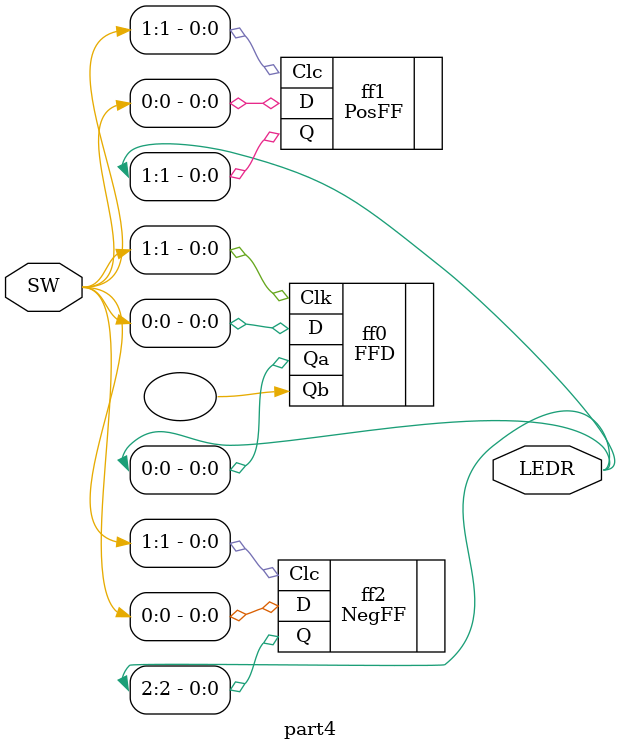
<source format=sv>
module part4(SW,LEDR);

	output logic [2:0] LEDR;
	input logic[1:0] SW;
	
	
	FFD ff0(
		.D(SW[0]),
		.Clk(SW[1]),
		.Qa(LEDR[0]),
		.Qb()
	);
	
	PosFF ff1(
		.D(SW[0]),
		.Clc(SW[1]),
		.Q(LEDR[1])
	);
	
	NegFF ff2(
		.D(SW[0]),
		.Clc(SW[1]),
		.Q(LEDR[2])
	);

endmodule 
</source>
